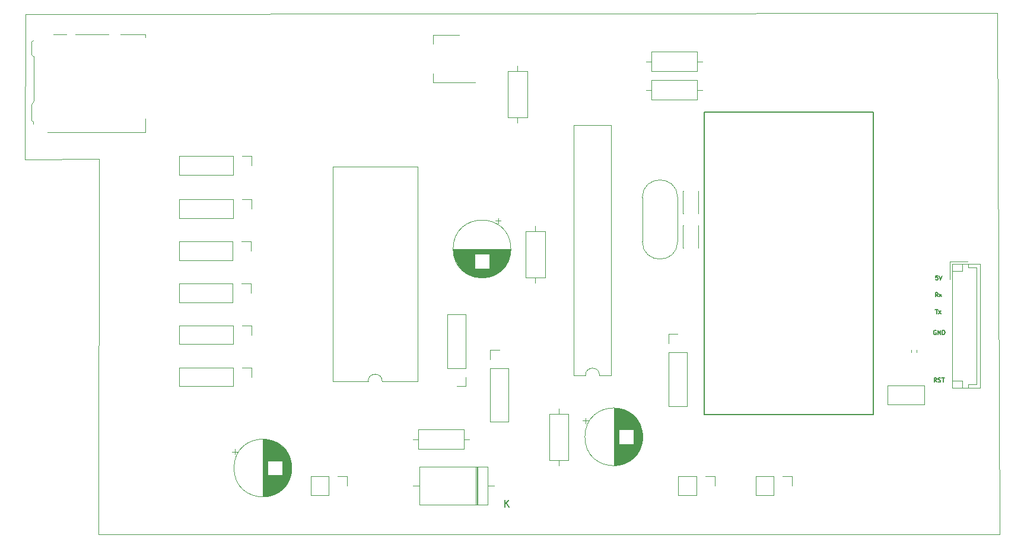
<source format=gto>
%TF.GenerationSoftware,KiCad,Pcbnew,7.0.9*%
%TF.CreationDate,2023-12-29T10:55:07+07:00*%
%TF.ProjectId,incuTester,696e6375-5465-4737-9465-722e6b696361,rev?*%
%TF.SameCoordinates,Original*%
%TF.FileFunction,Legend,Top*%
%TF.FilePolarity,Positive*%
%FSLAX46Y46*%
G04 Gerber Fmt 4.6, Leading zero omitted, Abs format (unit mm)*
G04 Created by KiCad (PCBNEW 7.0.9) date 2023-12-29 10:55:07*
%MOMM*%
%LPD*%
G01*
G04 APERTURE LIST*
%ADD10C,0.150000*%
%ADD11C,0.120000*%
%TA.AperFunction,Profile*%
%ADD12C,0.100000*%
%TD*%
G04 APERTURE END LIST*
D10*
X212204398Y-114718771D02*
X212004398Y-114433057D01*
X211861541Y-114718771D02*
X211861541Y-114118771D01*
X211861541Y-114118771D02*
X212090112Y-114118771D01*
X212090112Y-114118771D02*
X212147255Y-114147342D01*
X212147255Y-114147342D02*
X212175826Y-114175914D01*
X212175826Y-114175914D02*
X212204398Y-114233057D01*
X212204398Y-114233057D02*
X212204398Y-114318771D01*
X212204398Y-114318771D02*
X212175826Y-114375914D01*
X212175826Y-114375914D02*
X212147255Y-114404485D01*
X212147255Y-114404485D02*
X212090112Y-114433057D01*
X212090112Y-114433057D02*
X211861541Y-114433057D01*
X212432969Y-114690200D02*
X212518684Y-114718771D01*
X212518684Y-114718771D02*
X212661541Y-114718771D01*
X212661541Y-114718771D02*
X212718684Y-114690200D01*
X212718684Y-114690200D02*
X212747255Y-114661628D01*
X212747255Y-114661628D02*
X212775826Y-114604485D01*
X212775826Y-114604485D02*
X212775826Y-114547342D01*
X212775826Y-114547342D02*
X212747255Y-114490200D01*
X212747255Y-114490200D02*
X212718684Y-114461628D01*
X212718684Y-114461628D02*
X212661541Y-114433057D01*
X212661541Y-114433057D02*
X212547255Y-114404485D01*
X212547255Y-114404485D02*
X212490112Y-114375914D01*
X212490112Y-114375914D02*
X212461541Y-114347342D01*
X212461541Y-114347342D02*
X212432969Y-114290200D01*
X212432969Y-114290200D02*
X212432969Y-114233057D01*
X212432969Y-114233057D02*
X212461541Y-114175914D01*
X212461541Y-114175914D02*
X212490112Y-114147342D01*
X212490112Y-114147342D02*
X212547255Y-114118771D01*
X212547255Y-114118771D02*
X212690112Y-114118771D01*
X212690112Y-114118771D02*
X212775826Y-114147342D01*
X212947255Y-114118771D02*
X213290113Y-114118771D01*
X213118684Y-114718771D02*
X213118684Y-114118771D01*
X212015826Y-104358771D02*
X212358684Y-104358771D01*
X212187255Y-104958771D02*
X212187255Y-104358771D01*
X212501541Y-104958771D02*
X212815827Y-104558771D01*
X212501541Y-104558771D02*
X212815827Y-104958771D01*
X212115826Y-107377342D02*
X212058684Y-107348771D01*
X212058684Y-107348771D02*
X211972969Y-107348771D01*
X211972969Y-107348771D02*
X211887255Y-107377342D01*
X211887255Y-107377342D02*
X211830112Y-107434485D01*
X211830112Y-107434485D02*
X211801541Y-107491628D01*
X211801541Y-107491628D02*
X211772969Y-107605914D01*
X211772969Y-107605914D02*
X211772969Y-107691628D01*
X211772969Y-107691628D02*
X211801541Y-107805914D01*
X211801541Y-107805914D02*
X211830112Y-107863057D01*
X211830112Y-107863057D02*
X211887255Y-107920200D01*
X211887255Y-107920200D02*
X211972969Y-107948771D01*
X211972969Y-107948771D02*
X212030112Y-107948771D01*
X212030112Y-107948771D02*
X212115826Y-107920200D01*
X212115826Y-107920200D02*
X212144398Y-107891628D01*
X212144398Y-107891628D02*
X212144398Y-107691628D01*
X212144398Y-107691628D02*
X212030112Y-107691628D01*
X212401541Y-107948771D02*
X212401541Y-107348771D01*
X212401541Y-107348771D02*
X212744398Y-107948771D01*
X212744398Y-107948771D02*
X212744398Y-107348771D01*
X213030112Y-107948771D02*
X213030112Y-107348771D01*
X213030112Y-107348771D02*
X213172969Y-107348771D01*
X213172969Y-107348771D02*
X213258683Y-107377342D01*
X213258683Y-107377342D02*
X213315826Y-107434485D01*
X213315826Y-107434485D02*
X213344397Y-107491628D01*
X213344397Y-107491628D02*
X213372969Y-107605914D01*
X213372969Y-107605914D02*
X213372969Y-107691628D01*
X213372969Y-107691628D02*
X213344397Y-107805914D01*
X213344397Y-107805914D02*
X213315826Y-107863057D01*
X213315826Y-107863057D02*
X213258683Y-107920200D01*
X213258683Y-107920200D02*
X213172969Y-107948771D01*
X213172969Y-107948771D02*
X213030112Y-107948771D01*
X212357255Y-99528771D02*
X212071541Y-99528771D01*
X212071541Y-99528771D02*
X212042969Y-99814485D01*
X212042969Y-99814485D02*
X212071541Y-99785914D01*
X212071541Y-99785914D02*
X212128684Y-99757342D01*
X212128684Y-99757342D02*
X212271541Y-99757342D01*
X212271541Y-99757342D02*
X212328684Y-99785914D01*
X212328684Y-99785914D02*
X212357255Y-99814485D01*
X212357255Y-99814485D02*
X212385826Y-99871628D01*
X212385826Y-99871628D02*
X212385826Y-100014485D01*
X212385826Y-100014485D02*
X212357255Y-100071628D01*
X212357255Y-100071628D02*
X212328684Y-100100200D01*
X212328684Y-100100200D02*
X212271541Y-100128771D01*
X212271541Y-100128771D02*
X212128684Y-100128771D01*
X212128684Y-100128771D02*
X212071541Y-100100200D01*
X212071541Y-100100200D02*
X212042969Y-100071628D01*
X212557255Y-99528771D02*
X212757255Y-100128771D01*
X212757255Y-100128771D02*
X212957255Y-99528771D01*
X212374398Y-102548771D02*
X212174398Y-102263057D01*
X212031541Y-102548771D02*
X212031541Y-101948771D01*
X212031541Y-101948771D02*
X212260112Y-101948771D01*
X212260112Y-101948771D02*
X212317255Y-101977342D01*
X212317255Y-101977342D02*
X212345826Y-102005914D01*
X212345826Y-102005914D02*
X212374398Y-102063057D01*
X212374398Y-102063057D02*
X212374398Y-102148771D01*
X212374398Y-102148771D02*
X212345826Y-102205914D01*
X212345826Y-102205914D02*
X212317255Y-102234485D01*
X212317255Y-102234485D02*
X212260112Y-102263057D01*
X212260112Y-102263057D02*
X212031541Y-102263057D01*
X212574398Y-102548771D02*
X212888684Y-102148771D01*
X212574398Y-102148771D02*
X212888684Y-102548771D01*
X150614095Y-132594819D02*
X150614095Y-131594819D01*
X151185523Y-132594819D02*
X150756952Y-132023390D01*
X151185523Y-131594819D02*
X150614095Y-132166247D01*
D11*
%TO.C,U3*%
X146340000Y-71990000D02*
X140330000Y-71990000D01*
X144090000Y-65170000D02*
X140330000Y-65170000D01*
X140330000Y-71990000D02*
X140330000Y-70730000D01*
X140330000Y-65170000D02*
X140330000Y-66430000D01*
%TO.C,R5*%
X154940000Y-100560000D02*
X154940000Y-99790000D01*
X153570000Y-99790000D02*
X156310000Y-99790000D01*
X156310000Y-99790000D02*
X156310000Y-93250000D01*
X153570000Y-93250000D02*
X153570000Y-99790000D01*
X156310000Y-93250000D02*
X153570000Y-93250000D01*
X154940000Y-92480000D02*
X154940000Y-93250000D01*
%TO.C,P2*%
X180527000Y-128210000D02*
X180527000Y-129540000D01*
X179197000Y-128210000D02*
X180527000Y-128210000D01*
X177927000Y-128210000D02*
X175327000Y-128210000D01*
X177927000Y-128210000D02*
X177927000Y-130870000D01*
X175327000Y-128210000D02*
X175327000Y-130870000D01*
X177927000Y-130870000D02*
X175327000Y-130870000D01*
%TO.C,R4*%
X158300000Y-118560000D02*
X158300000Y-119330000D01*
X159670000Y-119330000D02*
X156930000Y-119330000D01*
X156930000Y-119330000D02*
X156930000Y-125870000D01*
X159670000Y-125870000D02*
X159670000Y-119330000D01*
X156930000Y-125870000D02*
X159670000Y-125870000D01*
X158300000Y-126640000D02*
X158300000Y-125870000D01*
%TO.C,J3*%
X148470000Y-110130000D02*
X149800000Y-110130000D01*
X148470000Y-111460000D02*
X148470000Y-110130000D01*
X148470000Y-112730000D02*
X148470000Y-120410000D01*
X148470000Y-112730000D02*
X151130000Y-112730000D01*
X148470000Y-120410000D02*
X151130000Y-120410000D01*
X151130000Y-112730000D02*
X151130000Y-120410000D01*
%TO.C,R1*%
X178792000Y-68961000D02*
X178022000Y-68961000D01*
X178022000Y-70331000D02*
X178022000Y-67591000D01*
X178022000Y-67591000D02*
X171482000Y-67591000D01*
X171482000Y-70331000D02*
X178022000Y-70331000D01*
X171482000Y-67591000D02*
X171482000Y-70331000D01*
X170712000Y-68961000D02*
X171482000Y-68961000D01*
%TO.C,J1*%
X191576000Y-128210000D02*
X191576000Y-129540000D01*
X190246000Y-128210000D02*
X191576000Y-128210000D01*
X188976000Y-128210000D02*
X186376000Y-128210000D01*
X188976000Y-128210000D02*
X188976000Y-130870000D01*
X186376000Y-128210000D02*
X186376000Y-130870000D01*
X188976000Y-130870000D02*
X186376000Y-130870000D01*
%TO.C,C_Rst*%
X205180000Y-115230000D02*
X205180000Y-117970000D01*
X205180000Y-115230000D02*
X210420000Y-115230000D01*
X205180000Y-117970000D02*
X210420000Y-117970000D01*
X210420000Y-115230000D02*
X210420000Y-117970000D01*
%TO.C,J7*%
X114350000Y-94670000D02*
X114350000Y-96000000D01*
X113020000Y-94670000D02*
X114350000Y-94670000D01*
X111750000Y-94670000D02*
X104070000Y-94670000D01*
X111750000Y-94670000D02*
X111750000Y-97330000D01*
X104070000Y-94670000D02*
X104070000Y-97330000D01*
X111750000Y-97330000D02*
X104070000Y-97330000D01*
%TO.C,J9*%
X114410000Y-106670000D02*
X114410000Y-108000000D01*
X113080000Y-106670000D02*
X114410000Y-106670000D01*
X111810000Y-106670000D02*
X104130000Y-106670000D01*
X111810000Y-106670000D02*
X111810000Y-109330000D01*
X104130000Y-106670000D02*
X104130000Y-109330000D01*
X111810000Y-109330000D02*
X104130000Y-109330000D01*
D10*
%TO.C,U1*%
X179070000Y-119380000D02*
X203200000Y-119380000D01*
X203200000Y-119380000D02*
X203200000Y-76200000D01*
X179070000Y-76200000D02*
X179070000Y-119380000D01*
X203200000Y-76200000D02*
X179070000Y-76200000D01*
D11*
%TO.C,U4*%
X138140000Y-114611000D02*
X138140000Y-84011000D01*
X138140000Y-84011000D02*
X126020000Y-84011000D01*
X133080000Y-114611000D02*
X138140000Y-114611000D01*
X126020000Y-114611000D02*
X131080000Y-114611000D01*
X126020000Y-84011000D02*
X126020000Y-114611000D01*
X133080000Y-114611000D02*
G75*
G03*
X131080000Y-114611000I-1000000J0D01*
G01*
%TO.C,U2*%
X165744000Y-113746000D02*
X165744000Y-78066000D01*
X165744000Y-78066000D02*
X160444000Y-78066000D01*
X164094000Y-113746000D02*
X165744000Y-113746000D01*
X160444000Y-113746000D02*
X162094000Y-113746000D01*
X160444000Y-78066000D02*
X160444000Y-113746000D01*
X164094000Y-113746000D02*
G75*
G03*
X162094000Y-113746000I-1000000J0D01*
G01*
%TO.C,R0*%
X208570000Y-110443641D02*
X208570000Y-110136359D01*
X209330000Y-110443641D02*
X209330000Y-110136359D01*
%TO.C,C1*%
X149635000Y-91320302D02*
X149635000Y-92120302D01*
X150035000Y-91720302D02*
X149235000Y-91720302D01*
X151400000Y-95730000D02*
X143240000Y-95730000D01*
X151400000Y-95770000D02*
X143240000Y-95770000D01*
X151400000Y-95810000D02*
X143240000Y-95810000D01*
X151399000Y-95850000D02*
X143241000Y-95850000D01*
X151397000Y-95890000D02*
X143243000Y-95890000D01*
X151396000Y-95930000D02*
X143244000Y-95930000D01*
X151394000Y-95970000D02*
X143246000Y-95970000D01*
X151391000Y-96010000D02*
X143249000Y-96010000D01*
X151388000Y-96050000D02*
X143252000Y-96050000D01*
X151385000Y-96090000D02*
X143255000Y-96090000D01*
X151381000Y-96130000D02*
X143259000Y-96130000D01*
X151377000Y-96170000D02*
X143263000Y-96170000D01*
X151372000Y-96210000D02*
X143268000Y-96210000D01*
X151368000Y-96250000D02*
X143272000Y-96250000D01*
X151362000Y-96290000D02*
X143278000Y-96290000D01*
X151357000Y-96330000D02*
X143283000Y-96330000D01*
X151350000Y-96370000D02*
X143290000Y-96370000D01*
X151344000Y-96410000D02*
X143296000Y-96410000D01*
X151337000Y-96451000D02*
X148360000Y-96451000D01*
X146280000Y-96451000D02*
X143303000Y-96451000D01*
X151330000Y-96491000D02*
X148360000Y-96491000D01*
X146280000Y-96491000D02*
X143310000Y-96491000D01*
X151322000Y-96531000D02*
X148360000Y-96531000D01*
X146280000Y-96531000D02*
X143318000Y-96531000D01*
X151314000Y-96571000D02*
X148360000Y-96571000D01*
X146280000Y-96571000D02*
X143326000Y-96571000D01*
X151305000Y-96611000D02*
X148360000Y-96611000D01*
X146280000Y-96611000D02*
X143335000Y-96611000D01*
X151296000Y-96651000D02*
X148360000Y-96651000D01*
X146280000Y-96651000D02*
X143344000Y-96651000D01*
X151287000Y-96691000D02*
X148360000Y-96691000D01*
X146280000Y-96691000D02*
X143353000Y-96691000D01*
X151277000Y-96731000D02*
X148360000Y-96731000D01*
X146280000Y-96731000D02*
X143363000Y-96731000D01*
X151267000Y-96771000D02*
X148360000Y-96771000D01*
X146280000Y-96771000D02*
X143373000Y-96771000D01*
X151256000Y-96811000D02*
X148360000Y-96811000D01*
X146280000Y-96811000D02*
X143384000Y-96811000D01*
X151245000Y-96851000D02*
X148360000Y-96851000D01*
X146280000Y-96851000D02*
X143395000Y-96851000D01*
X151234000Y-96891000D02*
X148360000Y-96891000D01*
X146280000Y-96891000D02*
X143406000Y-96891000D01*
X151222000Y-96931000D02*
X148360000Y-96931000D01*
X146280000Y-96931000D02*
X143418000Y-96931000D01*
X151209000Y-96971000D02*
X148360000Y-96971000D01*
X146280000Y-96971000D02*
X143431000Y-96971000D01*
X151197000Y-97011000D02*
X148360000Y-97011000D01*
X146280000Y-97011000D02*
X143443000Y-97011000D01*
X151183000Y-97051000D02*
X148360000Y-97051000D01*
X146280000Y-97051000D02*
X143457000Y-97051000D01*
X151170000Y-97091000D02*
X148360000Y-97091000D01*
X146280000Y-97091000D02*
X143470000Y-97091000D01*
X151155000Y-97131000D02*
X148360000Y-97131000D01*
X146280000Y-97131000D02*
X143485000Y-97131000D01*
X151141000Y-97171000D02*
X148360000Y-97171000D01*
X146280000Y-97171000D02*
X143499000Y-97171000D01*
X151125000Y-97211000D02*
X148360000Y-97211000D01*
X146280000Y-97211000D02*
X143515000Y-97211000D01*
X151110000Y-97251000D02*
X148360000Y-97251000D01*
X146280000Y-97251000D02*
X143530000Y-97251000D01*
X151094000Y-97291000D02*
X148360000Y-97291000D01*
X146280000Y-97291000D02*
X143546000Y-97291000D01*
X151077000Y-97331000D02*
X148360000Y-97331000D01*
X146280000Y-97331000D02*
X143563000Y-97331000D01*
X151060000Y-97371000D02*
X148360000Y-97371000D01*
X146280000Y-97371000D02*
X143580000Y-97371000D01*
X151042000Y-97411000D02*
X148360000Y-97411000D01*
X146280000Y-97411000D02*
X143598000Y-97411000D01*
X151024000Y-97451000D02*
X148360000Y-97451000D01*
X146280000Y-97451000D02*
X143616000Y-97451000D01*
X151006000Y-97491000D02*
X148360000Y-97491000D01*
X146280000Y-97491000D02*
X143634000Y-97491000D01*
X150986000Y-97531000D02*
X148360000Y-97531000D01*
X146280000Y-97531000D02*
X143654000Y-97531000D01*
X150967000Y-97571000D02*
X148360000Y-97571000D01*
X146280000Y-97571000D02*
X143673000Y-97571000D01*
X150947000Y-97611000D02*
X148360000Y-97611000D01*
X146280000Y-97611000D02*
X143693000Y-97611000D01*
X150926000Y-97651000D02*
X148360000Y-97651000D01*
X146280000Y-97651000D02*
X143714000Y-97651000D01*
X150904000Y-97691000D02*
X148360000Y-97691000D01*
X146280000Y-97691000D02*
X143736000Y-97691000D01*
X150882000Y-97731000D02*
X148360000Y-97731000D01*
X146280000Y-97731000D02*
X143758000Y-97731000D01*
X150860000Y-97771000D02*
X148360000Y-97771000D01*
X146280000Y-97771000D02*
X143780000Y-97771000D01*
X150837000Y-97811000D02*
X148360000Y-97811000D01*
X146280000Y-97811000D02*
X143803000Y-97811000D01*
X150813000Y-97851000D02*
X148360000Y-97851000D01*
X146280000Y-97851000D02*
X143827000Y-97851000D01*
X150789000Y-97891000D02*
X148360000Y-97891000D01*
X146280000Y-97891000D02*
X143851000Y-97891000D01*
X150764000Y-97931000D02*
X148360000Y-97931000D01*
X146280000Y-97931000D02*
X143876000Y-97931000D01*
X150738000Y-97971000D02*
X148360000Y-97971000D01*
X146280000Y-97971000D02*
X143902000Y-97971000D01*
X150712000Y-98011000D02*
X148360000Y-98011000D01*
X146280000Y-98011000D02*
X143928000Y-98011000D01*
X150685000Y-98051000D02*
X148360000Y-98051000D01*
X146280000Y-98051000D02*
X143955000Y-98051000D01*
X150658000Y-98091000D02*
X148360000Y-98091000D01*
X146280000Y-98091000D02*
X143982000Y-98091000D01*
X150629000Y-98131000D02*
X148360000Y-98131000D01*
X146280000Y-98131000D02*
X144011000Y-98131000D01*
X150600000Y-98171000D02*
X148360000Y-98171000D01*
X146280000Y-98171000D02*
X144040000Y-98171000D01*
X150570000Y-98211000D02*
X148360000Y-98211000D01*
X146280000Y-98211000D02*
X144070000Y-98211000D01*
X150540000Y-98251000D02*
X148360000Y-98251000D01*
X146280000Y-98251000D02*
X144100000Y-98251000D01*
X150509000Y-98291000D02*
X148360000Y-98291000D01*
X146280000Y-98291000D02*
X144131000Y-98291000D01*
X150476000Y-98331000D02*
X148360000Y-98331000D01*
X146280000Y-98331000D02*
X144164000Y-98331000D01*
X150444000Y-98371000D02*
X148360000Y-98371000D01*
X146280000Y-98371000D02*
X144196000Y-98371000D01*
X150410000Y-98411000D02*
X148360000Y-98411000D01*
X146280000Y-98411000D02*
X144230000Y-98411000D01*
X150375000Y-98451000D02*
X148360000Y-98451000D01*
X146280000Y-98451000D02*
X144265000Y-98451000D01*
X150339000Y-98491000D02*
X148360000Y-98491000D01*
X146280000Y-98491000D02*
X144301000Y-98491000D01*
X150303000Y-98531000D02*
X144337000Y-98531000D01*
X150265000Y-98571000D02*
X144375000Y-98571000D01*
X150227000Y-98611000D02*
X144413000Y-98611000D01*
X150187000Y-98651000D02*
X144453000Y-98651000D01*
X150146000Y-98691000D02*
X144494000Y-98691000D01*
X150104000Y-98731000D02*
X144536000Y-98731000D01*
X150061000Y-98771000D02*
X144579000Y-98771000D01*
X150017000Y-98811000D02*
X144623000Y-98811000D01*
X149971000Y-98851000D02*
X144669000Y-98851000D01*
X149924000Y-98891000D02*
X144716000Y-98891000D01*
X149876000Y-98931000D02*
X144764000Y-98931000D01*
X149825000Y-98971000D02*
X144815000Y-98971000D01*
X149774000Y-99011000D02*
X144866000Y-99011000D01*
X149720000Y-99051000D02*
X144920000Y-99051000D01*
X149665000Y-99091000D02*
X144975000Y-99091000D01*
X149607000Y-99131000D02*
X145033000Y-99131000D01*
X149548000Y-99171000D02*
X145092000Y-99171000D01*
X149486000Y-99211000D02*
X145154000Y-99211000D01*
X149422000Y-99251000D02*
X145218000Y-99251000D01*
X149354000Y-99291000D02*
X145286000Y-99291000D01*
X149284000Y-99331000D02*
X145356000Y-99331000D01*
X149210000Y-99371000D02*
X145430000Y-99371000D01*
X149133000Y-99411000D02*
X145507000Y-99411000D01*
X149051000Y-99451000D02*
X145589000Y-99451000D01*
X148965000Y-99491000D02*
X145675000Y-99491000D01*
X148872000Y-99531000D02*
X145768000Y-99531000D01*
X148773000Y-99571000D02*
X145867000Y-99571000D01*
X148666000Y-99611000D02*
X145974000Y-99611000D01*
X148549000Y-99651000D02*
X146091000Y-99651000D01*
X148418000Y-99691000D02*
X146222000Y-99691000D01*
X148268000Y-99731000D02*
X146372000Y-99731000D01*
X148088000Y-99771000D02*
X146552000Y-99771000D01*
X147853000Y-99811000D02*
X146787000Y-99811000D01*
X151440000Y-95730000D02*
G75*
G03*
X151440000Y-95730000I-4120000J0D01*
G01*
%TO.C,J2*%
X173930000Y-107890000D02*
X175260000Y-107890000D01*
X173930000Y-109220000D02*
X173930000Y-107890000D01*
X173930000Y-110490000D02*
X173930000Y-118170000D01*
X173930000Y-110490000D02*
X176590000Y-110490000D01*
X173930000Y-118170000D02*
X176590000Y-118170000D01*
X176590000Y-110490000D02*
X176590000Y-118170000D01*
%TO.C,P1*%
X128076000Y-128210000D02*
X128076000Y-129540000D01*
X126746000Y-128210000D02*
X128076000Y-128210000D01*
X125476000Y-128210000D02*
X122876000Y-128210000D01*
X125476000Y-128210000D02*
X125476000Y-130870000D01*
X122876000Y-128210000D02*
X122876000Y-130870000D01*
X125476000Y-130870000D02*
X122876000Y-130870000D01*
%TO.C,J5*%
X114410000Y-82490000D02*
X114410000Y-83820000D01*
X113080000Y-82490000D02*
X114410000Y-82490000D01*
X111810000Y-82490000D02*
X104130000Y-82490000D01*
X111810000Y-82490000D02*
X111810000Y-85150000D01*
X104130000Y-82490000D02*
X104130000Y-85150000D01*
X111810000Y-85150000D02*
X104130000Y-85150000D01*
%TO.C,D1*%
X149036000Y-129540000D02*
X148126000Y-129540000D01*
X148126000Y-132260000D02*
X148126000Y-126820000D01*
X148126000Y-126820000D02*
X138386000Y-126820000D01*
X146701000Y-132260000D02*
X146701000Y-126820000D01*
X146581000Y-132260000D02*
X146581000Y-126820000D01*
X146461000Y-132260000D02*
X146461000Y-126820000D01*
X138386000Y-132260000D02*
X148126000Y-132260000D01*
X138386000Y-126820000D02*
X138386000Y-132260000D01*
X137476000Y-129540000D02*
X138386000Y-129540000D01*
%TO.C,J10*%
X114410000Y-112670000D02*
X114410000Y-114000000D01*
X113080000Y-112670000D02*
X114410000Y-112670000D01*
X111810000Y-112670000D02*
X104130000Y-112670000D01*
X111810000Y-112670000D02*
X111810000Y-115330000D01*
X104130000Y-112670000D02*
X104130000Y-115330000D01*
X111810000Y-115330000D02*
X104130000Y-115330000D01*
%TO.C,J8*%
X114350000Y-100670000D02*
X114350000Y-102000000D01*
X113020000Y-100670000D02*
X114350000Y-100670000D01*
X111750000Y-100670000D02*
X104070000Y-100670000D01*
X111750000Y-100670000D02*
X111750000Y-103330000D01*
X104070000Y-100670000D02*
X104070000Y-103330000D01*
X111750000Y-103330000D02*
X104070000Y-103330000D01*
%TO.C,R2*%
X152400000Y-77700000D02*
X152400000Y-76930000D01*
X151030000Y-76930000D02*
X153770000Y-76930000D01*
X153770000Y-76930000D02*
X153770000Y-70390000D01*
X151030000Y-70390000D02*
X151030000Y-76930000D01*
X153770000Y-70390000D02*
X151030000Y-70390000D01*
X152400000Y-69620000D02*
X152400000Y-70390000D01*
%TO.C,R6*%
X178792000Y-73025000D02*
X178022000Y-73025000D01*
X178022000Y-74395000D02*
X178022000Y-71655000D01*
X178022000Y-71655000D02*
X171482000Y-71655000D01*
X171482000Y-74395000D02*
X178022000Y-74395000D01*
X171482000Y-71655000D02*
X171482000Y-74395000D01*
X170712000Y-73025000D02*
X171482000Y-73025000D01*
%TO.C,C3*%
X111640302Y-124685000D02*
X112440302Y-124685000D01*
X112040302Y-124285000D02*
X112040302Y-125085000D01*
X116050000Y-122920000D02*
X116050000Y-131080000D01*
X116090000Y-122920000D02*
X116090000Y-131080000D01*
X116130000Y-122920000D02*
X116130000Y-131080000D01*
X116170000Y-122921000D02*
X116170000Y-131079000D01*
X116210000Y-122923000D02*
X116210000Y-131077000D01*
X116250000Y-122924000D02*
X116250000Y-131076000D01*
X116290000Y-122926000D02*
X116290000Y-131074000D01*
X116330000Y-122929000D02*
X116330000Y-131071000D01*
X116370000Y-122932000D02*
X116370000Y-131068000D01*
X116410000Y-122935000D02*
X116410000Y-131065000D01*
X116450000Y-122939000D02*
X116450000Y-131061000D01*
X116490000Y-122943000D02*
X116490000Y-131057000D01*
X116530000Y-122948000D02*
X116530000Y-131052000D01*
X116570000Y-122952000D02*
X116570000Y-131048000D01*
X116610000Y-122958000D02*
X116610000Y-131042000D01*
X116650000Y-122963000D02*
X116650000Y-131037000D01*
X116690000Y-122970000D02*
X116690000Y-131030000D01*
X116730000Y-122976000D02*
X116730000Y-131024000D01*
X116771000Y-122983000D02*
X116771000Y-125960000D01*
X116771000Y-128040000D02*
X116771000Y-131017000D01*
X116811000Y-122990000D02*
X116811000Y-125960000D01*
X116811000Y-128040000D02*
X116811000Y-131010000D01*
X116851000Y-122998000D02*
X116851000Y-125960000D01*
X116851000Y-128040000D02*
X116851000Y-131002000D01*
X116891000Y-123006000D02*
X116891000Y-125960000D01*
X116891000Y-128040000D02*
X116891000Y-130994000D01*
X116931000Y-123015000D02*
X116931000Y-125960000D01*
X116931000Y-128040000D02*
X116931000Y-130985000D01*
X116971000Y-123024000D02*
X116971000Y-125960000D01*
X116971000Y-128040000D02*
X116971000Y-130976000D01*
X117011000Y-123033000D02*
X117011000Y-125960000D01*
X117011000Y-128040000D02*
X117011000Y-130967000D01*
X117051000Y-123043000D02*
X117051000Y-125960000D01*
X117051000Y-128040000D02*
X117051000Y-130957000D01*
X117091000Y-123053000D02*
X117091000Y-125960000D01*
X117091000Y-128040000D02*
X117091000Y-130947000D01*
X117131000Y-123064000D02*
X117131000Y-125960000D01*
X117131000Y-128040000D02*
X117131000Y-130936000D01*
X117171000Y-123075000D02*
X117171000Y-125960000D01*
X117171000Y-128040000D02*
X117171000Y-130925000D01*
X117211000Y-123086000D02*
X117211000Y-125960000D01*
X117211000Y-128040000D02*
X117211000Y-130914000D01*
X117251000Y-123098000D02*
X117251000Y-125960000D01*
X117251000Y-128040000D02*
X117251000Y-130902000D01*
X117291000Y-123111000D02*
X117291000Y-125960000D01*
X117291000Y-128040000D02*
X117291000Y-130889000D01*
X117331000Y-123123000D02*
X117331000Y-125960000D01*
X117331000Y-128040000D02*
X117331000Y-130877000D01*
X117371000Y-123137000D02*
X117371000Y-125960000D01*
X117371000Y-128040000D02*
X117371000Y-130863000D01*
X117411000Y-123150000D02*
X117411000Y-125960000D01*
X117411000Y-128040000D02*
X117411000Y-130850000D01*
X117451000Y-123165000D02*
X117451000Y-125960000D01*
X117451000Y-128040000D02*
X117451000Y-130835000D01*
X117491000Y-123179000D02*
X117491000Y-125960000D01*
X117491000Y-128040000D02*
X117491000Y-130821000D01*
X117531000Y-123195000D02*
X117531000Y-125960000D01*
X117531000Y-128040000D02*
X117531000Y-130805000D01*
X117571000Y-123210000D02*
X117571000Y-125960000D01*
X117571000Y-128040000D02*
X117571000Y-130790000D01*
X117611000Y-123226000D02*
X117611000Y-125960000D01*
X117611000Y-128040000D02*
X117611000Y-130774000D01*
X117651000Y-123243000D02*
X117651000Y-125960000D01*
X117651000Y-128040000D02*
X117651000Y-130757000D01*
X117691000Y-123260000D02*
X117691000Y-125960000D01*
X117691000Y-128040000D02*
X117691000Y-130740000D01*
X117731000Y-123278000D02*
X117731000Y-125960000D01*
X117731000Y-128040000D02*
X117731000Y-130722000D01*
X117771000Y-123296000D02*
X117771000Y-125960000D01*
X117771000Y-128040000D02*
X117771000Y-130704000D01*
X117811000Y-123314000D02*
X117811000Y-125960000D01*
X117811000Y-128040000D02*
X117811000Y-130686000D01*
X117851000Y-123334000D02*
X117851000Y-125960000D01*
X117851000Y-128040000D02*
X117851000Y-130666000D01*
X117891000Y-123353000D02*
X117891000Y-125960000D01*
X117891000Y-128040000D02*
X117891000Y-130647000D01*
X117931000Y-123373000D02*
X117931000Y-125960000D01*
X117931000Y-128040000D02*
X117931000Y-130627000D01*
X117971000Y-123394000D02*
X117971000Y-125960000D01*
X117971000Y-128040000D02*
X117971000Y-130606000D01*
X118011000Y-123416000D02*
X118011000Y-125960000D01*
X118011000Y-128040000D02*
X118011000Y-130584000D01*
X118051000Y-123438000D02*
X118051000Y-125960000D01*
X118051000Y-128040000D02*
X118051000Y-130562000D01*
X118091000Y-123460000D02*
X118091000Y-125960000D01*
X118091000Y-128040000D02*
X118091000Y-130540000D01*
X118131000Y-123483000D02*
X118131000Y-125960000D01*
X118131000Y-128040000D02*
X118131000Y-130517000D01*
X118171000Y-123507000D02*
X118171000Y-125960000D01*
X118171000Y-128040000D02*
X118171000Y-130493000D01*
X118211000Y-123531000D02*
X118211000Y-125960000D01*
X118211000Y-128040000D02*
X118211000Y-130469000D01*
X118251000Y-123556000D02*
X118251000Y-125960000D01*
X118251000Y-128040000D02*
X118251000Y-130444000D01*
X118291000Y-123582000D02*
X118291000Y-125960000D01*
X118291000Y-128040000D02*
X118291000Y-130418000D01*
X118331000Y-123608000D02*
X118331000Y-125960000D01*
X118331000Y-128040000D02*
X118331000Y-130392000D01*
X118371000Y-123635000D02*
X118371000Y-125960000D01*
X118371000Y-128040000D02*
X118371000Y-130365000D01*
X118411000Y-123662000D02*
X118411000Y-125960000D01*
X118411000Y-128040000D02*
X118411000Y-130338000D01*
X118451000Y-123691000D02*
X118451000Y-125960000D01*
X118451000Y-128040000D02*
X118451000Y-130309000D01*
X118491000Y-123720000D02*
X118491000Y-125960000D01*
X118491000Y-128040000D02*
X118491000Y-130280000D01*
X118531000Y-123750000D02*
X118531000Y-125960000D01*
X118531000Y-128040000D02*
X118531000Y-130250000D01*
X118571000Y-123780000D02*
X118571000Y-125960000D01*
X118571000Y-128040000D02*
X118571000Y-130220000D01*
X118611000Y-123811000D02*
X118611000Y-125960000D01*
X118611000Y-128040000D02*
X118611000Y-130189000D01*
X118651000Y-123844000D02*
X118651000Y-125960000D01*
X118651000Y-128040000D02*
X118651000Y-130156000D01*
X118691000Y-123876000D02*
X118691000Y-125960000D01*
X118691000Y-128040000D02*
X118691000Y-130124000D01*
X118731000Y-123910000D02*
X118731000Y-125960000D01*
X118731000Y-128040000D02*
X118731000Y-130090000D01*
X118771000Y-123945000D02*
X118771000Y-125960000D01*
X118771000Y-128040000D02*
X118771000Y-130055000D01*
X118811000Y-123981000D02*
X118811000Y-125960000D01*
X118811000Y-128040000D02*
X118811000Y-130019000D01*
X118851000Y-124017000D02*
X118851000Y-129983000D01*
X118891000Y-124055000D02*
X118891000Y-129945000D01*
X118931000Y-124093000D02*
X118931000Y-129907000D01*
X118971000Y-124133000D02*
X118971000Y-129867000D01*
X119011000Y-124174000D02*
X119011000Y-129826000D01*
X119051000Y-124216000D02*
X119051000Y-129784000D01*
X119091000Y-124259000D02*
X119091000Y-129741000D01*
X119131000Y-124303000D02*
X119131000Y-129697000D01*
X119171000Y-124349000D02*
X119171000Y-129651000D01*
X119211000Y-124396000D02*
X119211000Y-129604000D01*
X119251000Y-124444000D02*
X119251000Y-129556000D01*
X119291000Y-124495000D02*
X119291000Y-129505000D01*
X119331000Y-124546000D02*
X119331000Y-129454000D01*
X119371000Y-124600000D02*
X119371000Y-129400000D01*
X119411000Y-124655000D02*
X119411000Y-129345000D01*
X119451000Y-124713000D02*
X119451000Y-129287000D01*
X119491000Y-124772000D02*
X119491000Y-129228000D01*
X119531000Y-124834000D02*
X119531000Y-129166000D01*
X119571000Y-124898000D02*
X119571000Y-129102000D01*
X119611000Y-124966000D02*
X119611000Y-129034000D01*
X119651000Y-125036000D02*
X119651000Y-128964000D01*
X119691000Y-125110000D02*
X119691000Y-128890000D01*
X119731000Y-125187000D02*
X119731000Y-128813000D01*
X119771000Y-125269000D02*
X119771000Y-128731000D01*
X119811000Y-125355000D02*
X119811000Y-128645000D01*
X119851000Y-125448000D02*
X119851000Y-128552000D01*
X119891000Y-125547000D02*
X119891000Y-128453000D01*
X119931000Y-125654000D02*
X119931000Y-128346000D01*
X119971000Y-125771000D02*
X119971000Y-128229000D01*
X120011000Y-125902000D02*
X120011000Y-128098000D01*
X120051000Y-126052000D02*
X120051000Y-127948000D01*
X120091000Y-126232000D02*
X120091000Y-127768000D01*
X120131000Y-126467000D02*
X120131000Y-127533000D01*
X120170000Y-127000000D02*
G75*
G03*
X120170000Y-127000000I-4120000J0D01*
G01*
%TO.C,C5*%
X178220000Y-87430000D02*
X178155000Y-87430000D01*
X178220000Y-87430000D02*
X178220000Y-90670000D01*
X176045000Y-87430000D02*
X175980000Y-87430000D01*
X175980000Y-87430000D02*
X175980000Y-90670000D01*
X178220000Y-90670000D02*
X178155000Y-90670000D01*
X176045000Y-90670000D02*
X175980000Y-90670000D01*
%TO.C,C4*%
X175980000Y-95570000D02*
X176045000Y-95570000D01*
X175980000Y-95570000D02*
X175980000Y-92330000D01*
X178155000Y-95570000D02*
X178220000Y-95570000D01*
X178220000Y-95570000D02*
X178220000Y-92330000D01*
X175980000Y-92330000D02*
X176045000Y-92330000D01*
X178155000Y-92330000D02*
X178220000Y-92330000D01*
%TO.C,J4*%
X99310000Y-65100000D02*
X95700000Y-65100000D01*
X94000000Y-65100000D02*
X89300000Y-65100000D01*
X88000000Y-65100000D02*
X86200000Y-65100000D01*
X99310000Y-65550000D02*
X99310000Y-65100000D01*
X83040000Y-66130000D02*
X83240000Y-65930000D01*
X83040000Y-66130000D02*
X83040000Y-67990000D01*
X83040000Y-67990000D02*
X83240000Y-68200000D01*
X83390000Y-68200000D02*
X83240000Y-68200000D01*
X83390000Y-68200000D02*
X83390000Y-74570000D01*
X83040000Y-75080000D02*
X83390000Y-74570000D01*
X99310000Y-77150000D02*
X99310000Y-79070000D01*
X83040000Y-77390000D02*
X83040000Y-75080000D01*
X83040000Y-77390000D02*
X83240000Y-77590000D01*
X83240000Y-77590000D02*
X83240000Y-77850000D01*
X99310000Y-79070000D02*
X85300000Y-79070000D01*
%TO.C,X1*%
X170195000Y-94655000D02*
X170195000Y-88405000D01*
X175245000Y-94655000D02*
X175245000Y-88405000D01*
X170195000Y-94655000D02*
G75*
G03*
X175245000Y-94655000I2525000J0D01*
G01*
X175245000Y-88405000D02*
G75*
G03*
X170195000Y-88405000I-2525000J0D01*
G01*
%TO.C,i2C1*%
X145030000Y-115350000D02*
X143700000Y-115350000D01*
X145030000Y-114020000D02*
X145030000Y-115350000D01*
X145030000Y-112750000D02*
X145030000Y-105070000D01*
X145030000Y-112750000D02*
X142370000Y-112750000D01*
X145030000Y-105070000D02*
X142370000Y-105070000D01*
X142370000Y-112750000D02*
X142370000Y-105070000D01*
%TO.C,J6*%
X114410000Y-88670000D02*
X114410000Y-90000000D01*
X113080000Y-88670000D02*
X114410000Y-88670000D01*
X111810000Y-88670000D02*
X104130000Y-88670000D01*
X111810000Y-88670000D02*
X111810000Y-91330000D01*
X104130000Y-88670000D02*
X104130000Y-91330000D01*
X111810000Y-91330000D02*
X104130000Y-91330000D01*
%TO.C,C2*%
X161718302Y-120240000D02*
X162518302Y-120240000D01*
X162118302Y-119840000D02*
X162118302Y-120640000D01*
X166128000Y-118475000D02*
X166128000Y-126635000D01*
X166168000Y-118475000D02*
X166168000Y-126635000D01*
X166208000Y-118475000D02*
X166208000Y-126635000D01*
X166248000Y-118476000D02*
X166248000Y-126634000D01*
X166288000Y-118478000D02*
X166288000Y-126632000D01*
X166328000Y-118479000D02*
X166328000Y-126631000D01*
X166368000Y-118481000D02*
X166368000Y-126629000D01*
X166408000Y-118484000D02*
X166408000Y-126626000D01*
X166448000Y-118487000D02*
X166448000Y-126623000D01*
X166488000Y-118490000D02*
X166488000Y-126620000D01*
X166528000Y-118494000D02*
X166528000Y-126616000D01*
X166568000Y-118498000D02*
X166568000Y-126612000D01*
X166608000Y-118503000D02*
X166608000Y-126607000D01*
X166648000Y-118507000D02*
X166648000Y-126603000D01*
X166688000Y-118513000D02*
X166688000Y-126597000D01*
X166728000Y-118518000D02*
X166728000Y-126592000D01*
X166768000Y-118525000D02*
X166768000Y-126585000D01*
X166808000Y-118531000D02*
X166808000Y-126579000D01*
X166849000Y-118538000D02*
X166849000Y-121515000D01*
X166849000Y-123595000D02*
X166849000Y-126572000D01*
X166889000Y-118545000D02*
X166889000Y-121515000D01*
X166889000Y-123595000D02*
X166889000Y-126565000D01*
X166929000Y-118553000D02*
X166929000Y-121515000D01*
X166929000Y-123595000D02*
X166929000Y-126557000D01*
X166969000Y-118561000D02*
X166969000Y-121515000D01*
X166969000Y-123595000D02*
X166969000Y-126549000D01*
X167009000Y-118570000D02*
X167009000Y-121515000D01*
X167009000Y-123595000D02*
X167009000Y-126540000D01*
X167049000Y-118579000D02*
X167049000Y-121515000D01*
X167049000Y-123595000D02*
X167049000Y-126531000D01*
X167089000Y-118588000D02*
X167089000Y-121515000D01*
X167089000Y-123595000D02*
X167089000Y-126522000D01*
X167129000Y-118598000D02*
X167129000Y-121515000D01*
X167129000Y-123595000D02*
X167129000Y-126512000D01*
X167169000Y-118608000D02*
X167169000Y-121515000D01*
X167169000Y-123595000D02*
X167169000Y-126502000D01*
X167209000Y-118619000D02*
X167209000Y-121515000D01*
X167209000Y-123595000D02*
X167209000Y-126491000D01*
X167249000Y-118630000D02*
X167249000Y-121515000D01*
X167249000Y-123595000D02*
X167249000Y-126480000D01*
X167289000Y-118641000D02*
X167289000Y-121515000D01*
X167289000Y-123595000D02*
X167289000Y-126469000D01*
X167329000Y-118653000D02*
X167329000Y-121515000D01*
X167329000Y-123595000D02*
X167329000Y-126457000D01*
X167369000Y-118666000D02*
X167369000Y-121515000D01*
X167369000Y-123595000D02*
X167369000Y-126444000D01*
X167409000Y-118678000D02*
X167409000Y-121515000D01*
X167409000Y-123595000D02*
X167409000Y-126432000D01*
X167449000Y-118692000D02*
X167449000Y-121515000D01*
X167449000Y-123595000D02*
X167449000Y-126418000D01*
X167489000Y-118705000D02*
X167489000Y-121515000D01*
X167489000Y-123595000D02*
X167489000Y-126405000D01*
X167529000Y-118720000D02*
X167529000Y-121515000D01*
X167529000Y-123595000D02*
X167529000Y-126390000D01*
X167569000Y-118734000D02*
X167569000Y-121515000D01*
X167569000Y-123595000D02*
X167569000Y-126376000D01*
X167609000Y-118750000D02*
X167609000Y-121515000D01*
X167609000Y-123595000D02*
X167609000Y-126360000D01*
X167649000Y-118765000D02*
X167649000Y-121515000D01*
X167649000Y-123595000D02*
X167649000Y-126345000D01*
X167689000Y-118781000D02*
X167689000Y-121515000D01*
X167689000Y-123595000D02*
X167689000Y-126329000D01*
X167729000Y-118798000D02*
X167729000Y-121515000D01*
X167729000Y-123595000D02*
X167729000Y-126312000D01*
X167769000Y-118815000D02*
X167769000Y-121515000D01*
X167769000Y-123595000D02*
X167769000Y-126295000D01*
X167809000Y-118833000D02*
X167809000Y-121515000D01*
X167809000Y-123595000D02*
X167809000Y-126277000D01*
X167849000Y-118851000D02*
X167849000Y-121515000D01*
X167849000Y-123595000D02*
X167849000Y-126259000D01*
X167889000Y-118869000D02*
X167889000Y-121515000D01*
X167889000Y-123595000D02*
X167889000Y-126241000D01*
X167929000Y-118889000D02*
X167929000Y-121515000D01*
X167929000Y-123595000D02*
X167929000Y-126221000D01*
X167969000Y-118908000D02*
X167969000Y-121515000D01*
X167969000Y-123595000D02*
X167969000Y-126202000D01*
X168009000Y-118928000D02*
X168009000Y-121515000D01*
X168009000Y-123595000D02*
X168009000Y-126182000D01*
X168049000Y-118949000D02*
X168049000Y-121515000D01*
X168049000Y-123595000D02*
X168049000Y-126161000D01*
X168089000Y-118971000D02*
X168089000Y-121515000D01*
X168089000Y-123595000D02*
X168089000Y-126139000D01*
X168129000Y-118993000D02*
X168129000Y-121515000D01*
X168129000Y-123595000D02*
X168129000Y-126117000D01*
X168169000Y-119015000D02*
X168169000Y-121515000D01*
X168169000Y-123595000D02*
X168169000Y-126095000D01*
X168209000Y-119038000D02*
X168209000Y-121515000D01*
X168209000Y-123595000D02*
X168209000Y-126072000D01*
X168249000Y-119062000D02*
X168249000Y-121515000D01*
X168249000Y-123595000D02*
X168249000Y-126048000D01*
X168289000Y-119086000D02*
X168289000Y-121515000D01*
X168289000Y-123595000D02*
X168289000Y-126024000D01*
X168329000Y-119111000D02*
X168329000Y-121515000D01*
X168329000Y-123595000D02*
X168329000Y-125999000D01*
X168369000Y-119137000D02*
X168369000Y-121515000D01*
X168369000Y-123595000D02*
X168369000Y-125973000D01*
X168409000Y-119163000D02*
X168409000Y-121515000D01*
X168409000Y-123595000D02*
X168409000Y-125947000D01*
X168449000Y-119190000D02*
X168449000Y-121515000D01*
X168449000Y-123595000D02*
X168449000Y-125920000D01*
X168489000Y-119217000D02*
X168489000Y-121515000D01*
X168489000Y-123595000D02*
X168489000Y-125893000D01*
X168529000Y-119246000D02*
X168529000Y-121515000D01*
X168529000Y-123595000D02*
X168529000Y-125864000D01*
X168569000Y-119275000D02*
X168569000Y-121515000D01*
X168569000Y-123595000D02*
X168569000Y-125835000D01*
X168609000Y-119305000D02*
X168609000Y-121515000D01*
X168609000Y-123595000D02*
X168609000Y-125805000D01*
X168649000Y-119335000D02*
X168649000Y-121515000D01*
X168649000Y-123595000D02*
X168649000Y-125775000D01*
X168689000Y-119366000D02*
X168689000Y-121515000D01*
X168689000Y-123595000D02*
X168689000Y-125744000D01*
X168729000Y-119399000D02*
X168729000Y-121515000D01*
X168729000Y-123595000D02*
X168729000Y-125711000D01*
X168769000Y-119431000D02*
X168769000Y-121515000D01*
X168769000Y-123595000D02*
X168769000Y-125679000D01*
X168809000Y-119465000D02*
X168809000Y-121515000D01*
X168809000Y-123595000D02*
X168809000Y-125645000D01*
X168849000Y-119500000D02*
X168849000Y-121515000D01*
X168849000Y-123595000D02*
X168849000Y-125610000D01*
X168889000Y-119536000D02*
X168889000Y-121515000D01*
X168889000Y-123595000D02*
X168889000Y-125574000D01*
X168929000Y-119572000D02*
X168929000Y-125538000D01*
X168969000Y-119610000D02*
X168969000Y-125500000D01*
X169009000Y-119648000D02*
X169009000Y-125462000D01*
X169049000Y-119688000D02*
X169049000Y-125422000D01*
X169089000Y-119729000D02*
X169089000Y-125381000D01*
X169129000Y-119771000D02*
X169129000Y-125339000D01*
X169169000Y-119814000D02*
X169169000Y-125296000D01*
X169209000Y-119858000D02*
X169209000Y-125252000D01*
X169249000Y-119904000D02*
X169249000Y-125206000D01*
X169289000Y-119951000D02*
X169289000Y-125159000D01*
X169329000Y-119999000D02*
X169329000Y-125111000D01*
X169369000Y-120050000D02*
X169369000Y-125060000D01*
X169409000Y-120101000D02*
X169409000Y-125009000D01*
X169449000Y-120155000D02*
X169449000Y-124955000D01*
X169489000Y-120210000D02*
X169489000Y-124900000D01*
X169529000Y-120268000D02*
X169529000Y-124842000D01*
X169569000Y-120327000D02*
X169569000Y-124783000D01*
X169609000Y-120389000D02*
X169609000Y-124721000D01*
X169649000Y-120453000D02*
X169649000Y-124657000D01*
X169689000Y-120521000D02*
X169689000Y-124589000D01*
X169729000Y-120591000D02*
X169729000Y-124519000D01*
X169769000Y-120665000D02*
X169769000Y-124445000D01*
X169809000Y-120742000D02*
X169809000Y-124368000D01*
X169849000Y-120824000D02*
X169849000Y-124286000D01*
X169889000Y-120910000D02*
X169889000Y-124200000D01*
X169929000Y-121003000D02*
X169929000Y-124107000D01*
X169969000Y-121102000D02*
X169969000Y-124008000D01*
X170009000Y-121209000D02*
X170009000Y-123901000D01*
X170049000Y-121326000D02*
X170049000Y-123784000D01*
X170089000Y-121457000D02*
X170089000Y-123653000D01*
X170129000Y-121607000D02*
X170129000Y-123503000D01*
X170169000Y-121787000D02*
X170169000Y-123323000D01*
X170209000Y-122022000D02*
X170209000Y-123088000D01*
X170248000Y-122555000D02*
G75*
G03*
X170248000Y-122555000I-4120000J0D01*
G01*
%TO.C,R3*%
X145540000Y-122900000D02*
X144770000Y-122900000D01*
X144770000Y-124270000D02*
X144770000Y-121530000D01*
X144770000Y-121530000D02*
X138230000Y-121530000D01*
X138230000Y-124270000D02*
X144770000Y-124270000D01*
X138230000Y-121530000D02*
X138230000Y-124270000D01*
X137460000Y-122900000D02*
X138230000Y-122900000D01*
%TO.C,REF\u002A\u002A*%
X216590000Y-97560000D02*
X214090000Y-97560000D01*
X214090000Y-97560000D02*
X214090000Y-100060000D01*
X218410000Y-97860000D02*
X214390000Y-97860000D01*
X216700000Y-97860000D02*
X216700000Y-98360000D01*
X215890000Y-97860000D02*
X215890000Y-98860000D01*
X214390000Y-97860000D02*
X214390000Y-115580000D01*
X217910000Y-98360000D02*
X217910000Y-115080000D01*
X216700000Y-98360000D02*
X217910000Y-98360000D01*
X215890000Y-98860000D02*
X214390000Y-98860000D01*
X215890000Y-114580000D02*
X214390000Y-114580000D01*
X217910000Y-115080000D02*
X216700000Y-115080000D01*
X216700000Y-115080000D02*
X216700000Y-115580000D01*
X218410000Y-115580000D02*
X218410000Y-97860000D01*
X215890000Y-115580000D02*
X215890000Y-114580000D01*
X214390000Y-115580000D02*
X218410000Y-115580000D01*
%TD*%
D12*
X92592500Y-136510000D02*
X221175000Y-136470000D01*
X82190000Y-62250000D02*
X82070000Y-82930000D01*
X92647500Y-82850000D02*
X92592500Y-136510000D01*
X82070000Y-82930000D02*
X92647500Y-82850000D01*
X220870000Y-62090000D02*
X82190000Y-62250000D01*
X221175000Y-136470000D02*
X220870000Y-62090000D01*
M02*

</source>
